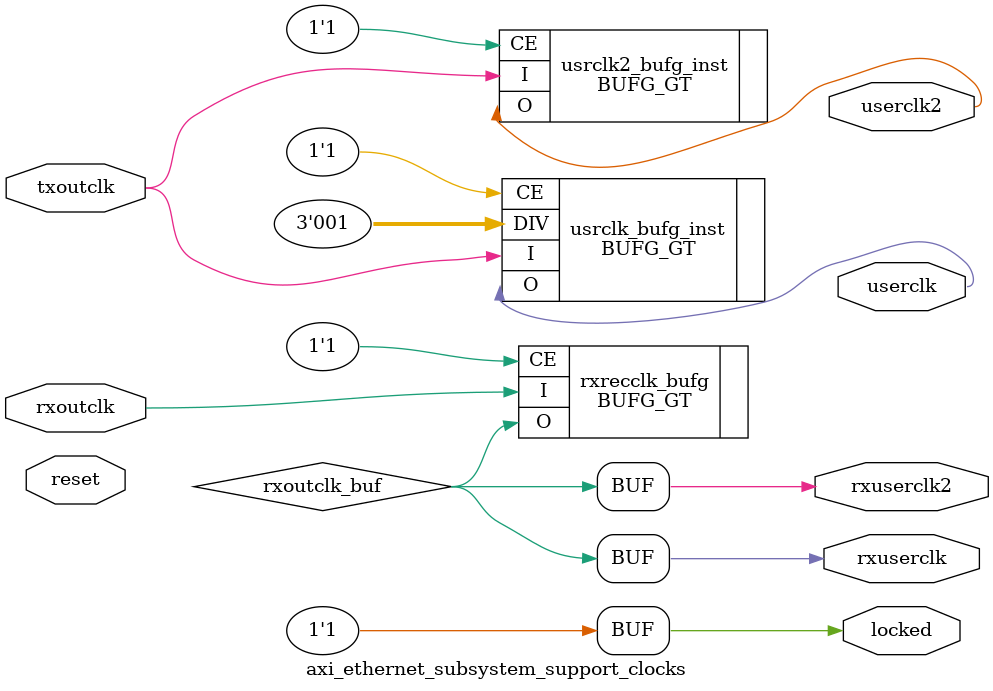
<source format=v>
`timescale 1ps/1ps
module axi_ethernet_subsystem_support_clocks (
    // Clock in ports
//    input     gtref_clk      ,
    input     txoutclk       , // txoutclk from GT transceiver.
    input     rxoutclk       , // rxoutclk from GT transceiver.
    // Clock out ports
//    output    gtref_clk0     ,
    output    userclk        , // for GT PMA reference clock
    output    userclk2       , // clock for core reference clock.
    output    rxuserclk      , // for GT PMA reference clock
    output    rxuserclk2     , // clock for core reference clock.
    output    locked    ,
    input     reset   
);

// IBUFGT for MGT REFCLK from IBUFDS on the input differential clock.
//BUFG_GT refclk_bufg_inst    (.I (gtref_clk), .CE (1'b1     ), .O   (gtref_clk0));

BUFG_GT usrclk2_bufg_inst   (.I (txoutclk ), .CE (1'b1     ), .O   (userclk2));
BUFG_GT usrclk_bufg_inst    (.I (txoutclk ), .CE (1'b1     ), .DIV (3'b001  ), .O (userclk  ));

assign locked = 1'b1;

wire rxoutclk_buf;

BUFG_GT rxrecclk_bufg   ( .I(rxoutclk), .O(rxoutclk_buf), .CE(1'b1));

assign rxuserclk2 = rxoutclk_buf;
assign rxuserclk  = rxoutclk_buf;


endmodule 

</source>
